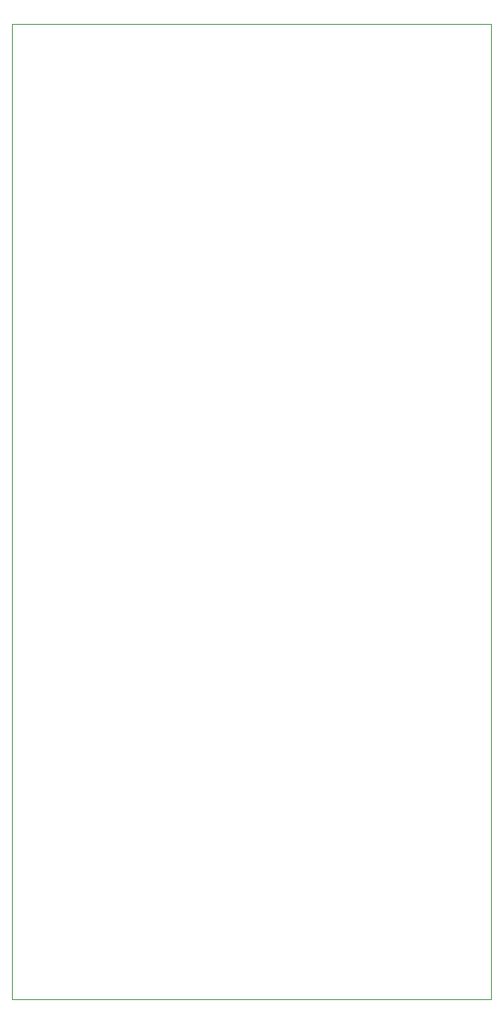
<source format=gbr>
%TF.GenerationSoftware,KiCad,Pcbnew,5.1.10-1.fc33*%
%TF.CreationDate,2021-10-13T17:20:41-04:00*%
%TF.ProjectId,vccg,76636367-2e6b-4696-9361-645f70636258,rev?*%
%TF.SameCoordinates,Original*%
%TF.FileFunction,Profile,NP*%
%FSLAX46Y46*%
G04 Gerber Fmt 4.6, Leading zero omitted, Abs format (unit mm)*
G04 Created by KiCad (PCBNEW 5.1.10-1.fc33) date 2021-10-13 17:20:41*
%MOMM*%
%LPD*%
G01*
G04 APERTURE LIST*
%TA.AperFunction,Profile*%
%ADD10C,0.050000*%
%TD*%
G04 APERTURE END LIST*
D10*
X177800000Y-127508000D02*
X177800000Y-24130000D01*
X228600000Y-127508000D02*
X228600000Y-24130000D01*
X177800000Y-127508000D02*
X228600000Y-127508000D01*
X228600000Y-24130000D02*
X177800000Y-24130000D01*
M02*

</source>
